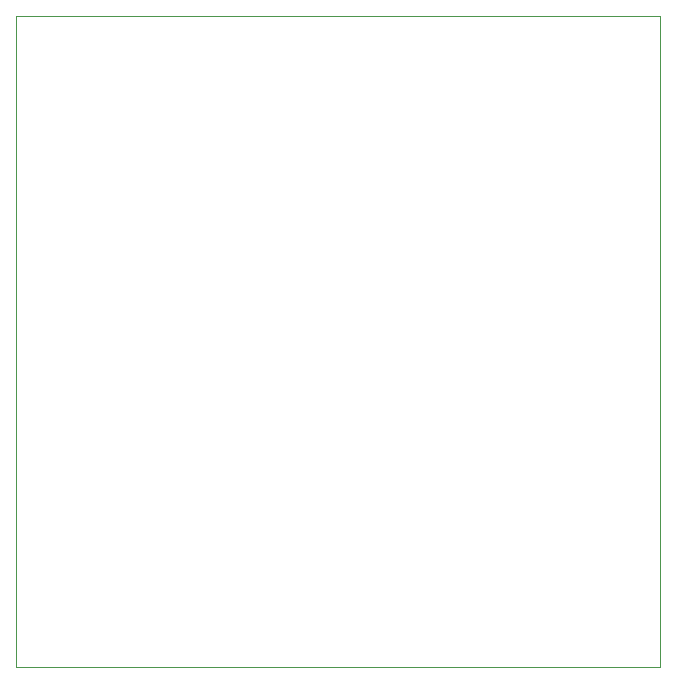
<source format=gbr>
%TF.GenerationSoftware,KiCad,Pcbnew,7.0.7*%
%TF.CreationDate,2023-11-13T10:05:51-05:00*%
%TF.ProjectId,Capstone-board-car,43617073-746f-46e6-952d-626f6172642d,rev?*%
%TF.SameCoordinates,Original*%
%TF.FileFunction,Profile,NP*%
%FSLAX46Y46*%
G04 Gerber Fmt 4.6, Leading zero omitted, Abs format (unit mm)*
G04 Created by KiCad (PCBNEW 7.0.7) date 2023-11-13 10:05:51*
%MOMM*%
%LPD*%
G01*
G04 APERTURE LIST*
%TA.AperFunction,Profile*%
%ADD10C,0.050000*%
%TD*%
G04 APERTURE END LIST*
D10*
X35614000Y-69844000D02*
X90136000Y-69844000D01*
X90136000Y-124966000D01*
X35614000Y-124966000D01*
X35614000Y-69844000D01*
M02*

</source>
